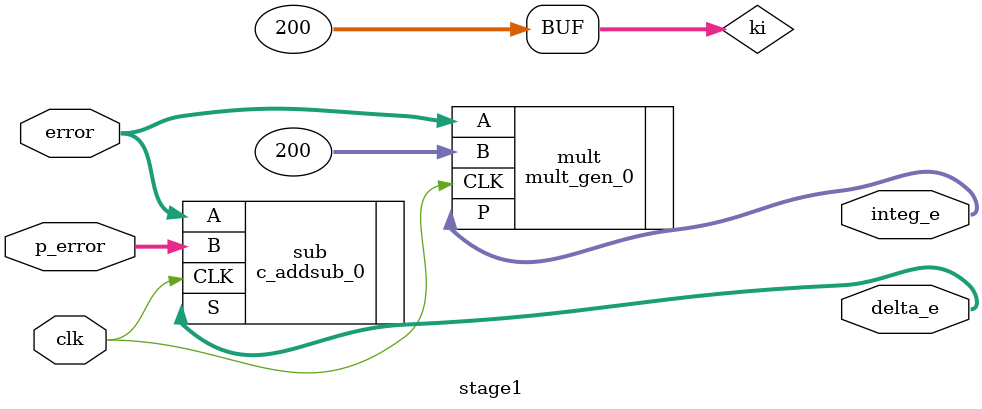
<source format=v>
`timescale 1ns / 1ps

module stage1(clk, error, p_error, delta_e, integ_e);
    
    input clk;
    input [15:0] error, p_error;
    output wire [15:0] delta_e;
    output wire [31:0] integ_e;
      
    wire [31:0] ki = 200;
    
    c_addsub_0 sub (
      .A(error),      // input wire [16 : 0] A
      .B(p_error),    // input wire [16 : 0] B
      .CLK(clk),      // input wire CLK
      .S(delta_e)     // output wire [16 : 0] S
    );
    
    mult_gen_0 mult (
      .CLK(clk),      // input wire CLK
      .A(error),      // input wire [15 : 0] A
      .B(ki),         // input wire [31 : 0] B
      .P(integ_e)     // output wire [47 : 0] P
    );
    
endmodule

</source>
